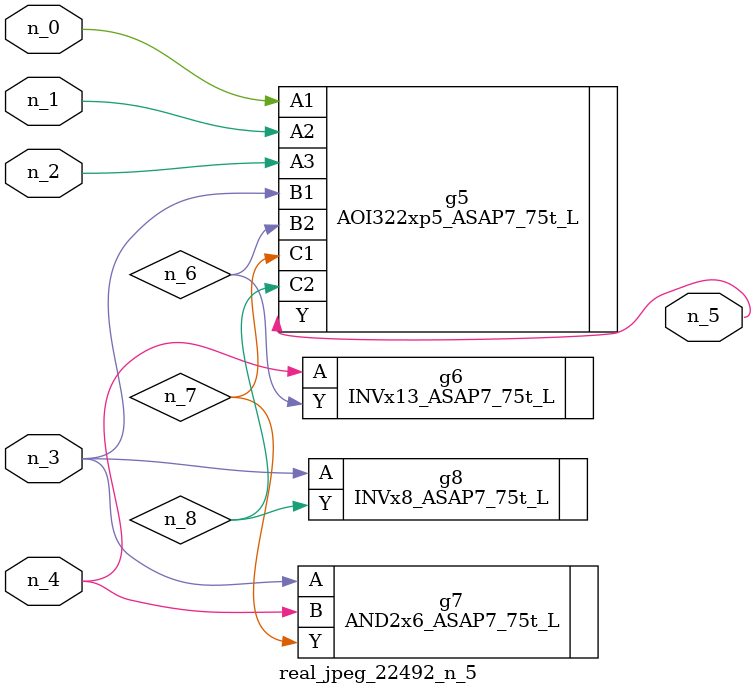
<source format=v>
module real_jpeg_22492_n_5 (n_4, n_0, n_1, n_2, n_3, n_5);

input n_4;
input n_0;
input n_1;
input n_2;
input n_3;

output n_5;

wire n_8;
wire n_6;
wire n_7;

AOI322xp5_ASAP7_75t_L g5 ( 
.A1(n_0),
.A2(n_1),
.A3(n_2),
.B1(n_3),
.B2(n_6),
.C1(n_7),
.C2(n_8),
.Y(n_5)
);

AND2x6_ASAP7_75t_L g7 ( 
.A(n_3),
.B(n_4),
.Y(n_7)
);

INVx8_ASAP7_75t_L g8 ( 
.A(n_3),
.Y(n_8)
);

INVx13_ASAP7_75t_L g6 ( 
.A(n_4),
.Y(n_6)
);


endmodule
</source>
